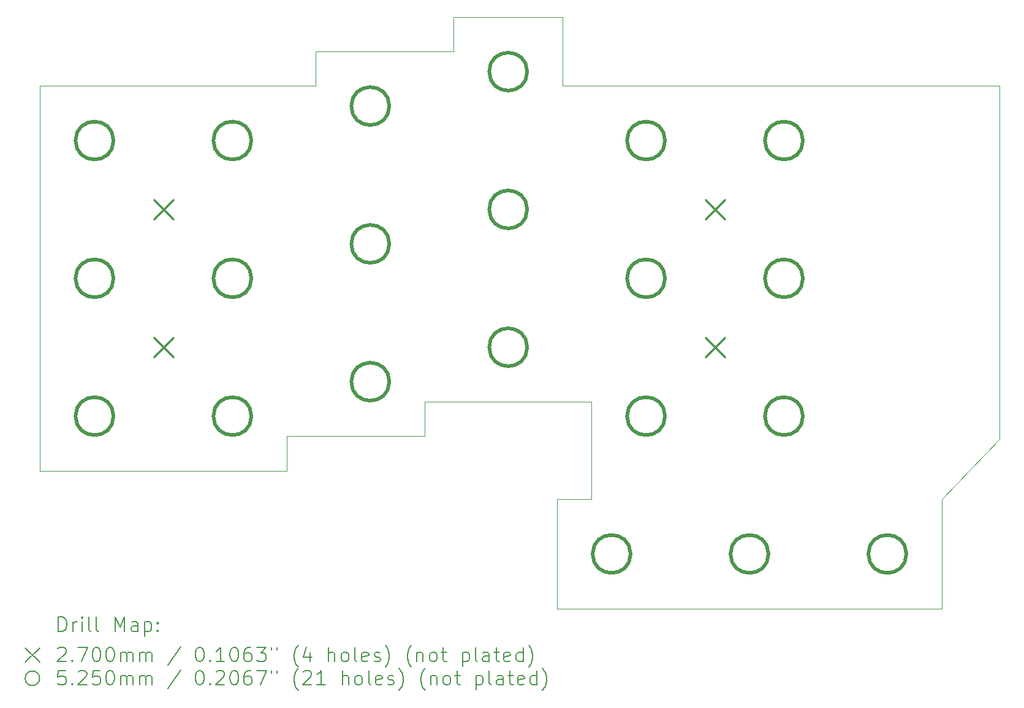
<source format=gbr>
%TF.GenerationSoftware,KiCad,Pcbnew,7.0.6*%
%TF.CreationDate,2023-09-12T11:18:15+08:00*%
%TF.ProjectId,kbv2,6b627632-2e6b-4696-9361-645f70636258,rev?*%
%TF.SameCoordinates,Original*%
%TF.FileFunction,Drillmap*%
%TF.FilePolarity,Positive*%
%FSLAX45Y45*%
G04 Gerber Fmt 4.5, Leading zero omitted, Abs format (unit mm)*
G04 Created by KiCad (PCBNEW 7.0.6) date 2023-09-12 11:18:15*
%MOMM*%
%LPD*%
G01*
G04 APERTURE LIST*
%ADD10C,0.100000*%
%ADD11C,0.200000*%
%ADD12C,0.270000*%
%ADD13C,0.525000*%
G04 APERTURE END LIST*
D10*
X12519375Y-10418438D02*
X12519375Y-10894688D01*
X7201250Y-6052812D02*
X10614375Y-6052812D01*
X14821250Y-6052812D02*
X20456875Y-6052812D01*
X12519375Y-5576563D02*
X12916250Y-5576563D01*
X10614375Y-10894688D02*
X10614375Y-11370937D01*
X12916250Y-5100313D02*
X14424375Y-5100313D01*
X14821250Y-10418438D02*
X14424375Y-10418438D01*
X20456875Y-10934375D02*
X19663125Y-11767812D01*
X19663125Y-11767812D02*
X19663125Y-13275937D01*
X14821250Y-11767812D02*
X14821250Y-10418438D01*
X12916250Y-10418438D02*
X12519375Y-10418438D01*
X9106250Y-11370937D02*
X7201250Y-11370937D01*
X12916250Y-5576563D02*
X12916250Y-5100313D01*
X7201250Y-11370937D02*
X7201250Y-6052812D01*
X20456875Y-6052812D02*
X20456875Y-10934375D01*
X11011250Y-5576563D02*
X12519375Y-5576563D01*
X14345000Y-13275937D02*
X14345000Y-11767812D01*
X14424375Y-10418438D02*
X12916250Y-10418438D01*
X10614375Y-6052812D02*
X11011250Y-6052812D01*
X14424375Y-5100313D02*
X14424375Y-6052812D01*
X11011250Y-10894688D02*
X10614375Y-10894688D01*
X14345000Y-11767812D02*
X14821250Y-11767812D01*
X10614375Y-11370937D02*
X9106250Y-11370937D01*
X14424375Y-6052812D02*
X14821250Y-6052812D01*
X19663125Y-13275937D02*
X14345000Y-13275937D01*
X12519375Y-10894688D02*
X11011250Y-10894688D01*
X11011250Y-6052812D02*
X11011250Y-5576563D01*
D11*
D12*
X8772813Y-7624375D02*
X9042813Y-7894375D01*
X9042813Y-7624375D02*
X8772813Y-7894375D01*
X8772813Y-9529375D02*
X9042813Y-9799375D01*
X9042813Y-9529375D02*
X8772813Y-9799375D01*
X16392812Y-7624375D02*
X16662812Y-7894375D01*
X16662812Y-7624375D02*
X16392812Y-7894375D01*
X16392812Y-9529375D02*
X16662812Y-9799375D01*
X16662812Y-9529375D02*
X16392812Y-9799375D01*
D13*
X8217812Y-6806875D02*
G75*
G03*
X8217812Y-6806875I-262500J0D01*
G01*
X8217812Y-8711875D02*
G75*
G03*
X8217812Y-8711875I-262500J0D01*
G01*
X8217812Y-10616875D02*
G75*
G03*
X8217812Y-10616875I-262500J0D01*
G01*
X10122813Y-6806875D02*
G75*
G03*
X10122813Y-6806875I-262500J0D01*
G01*
X10122813Y-8711875D02*
G75*
G03*
X10122813Y-8711875I-262500J0D01*
G01*
X10122813Y-10616875D02*
G75*
G03*
X10122813Y-10616875I-262500J0D01*
G01*
X12027812Y-6330625D02*
G75*
G03*
X12027812Y-6330625I-262500J0D01*
G01*
X12027812Y-8235625D02*
G75*
G03*
X12027812Y-8235625I-262500J0D01*
G01*
X12027812Y-10140625D02*
G75*
G03*
X12027812Y-10140625I-262500J0D01*
G01*
X13932812Y-5854375D02*
G75*
G03*
X13932812Y-5854375I-262500J0D01*
G01*
X13932812Y-7759375D02*
G75*
G03*
X13932812Y-7759375I-262500J0D01*
G01*
X13932812Y-9664375D02*
G75*
G03*
X13932812Y-9664375I-262500J0D01*
G01*
X15361562Y-12521875D02*
G75*
G03*
X15361562Y-12521875I-262500J0D01*
G01*
X15837812Y-6806875D02*
G75*
G03*
X15837812Y-6806875I-262500J0D01*
G01*
X15837812Y-8711875D02*
G75*
G03*
X15837812Y-8711875I-262500J0D01*
G01*
X15837812Y-10616875D02*
G75*
G03*
X15837812Y-10616875I-262500J0D01*
G01*
X17266563Y-12521875D02*
G75*
G03*
X17266563Y-12521875I-262500J0D01*
G01*
X17742813Y-6806875D02*
G75*
G03*
X17742813Y-6806875I-262500J0D01*
G01*
X17742813Y-8711875D02*
G75*
G03*
X17742813Y-8711875I-262500J0D01*
G01*
X17742813Y-10616875D02*
G75*
G03*
X17742813Y-10616875I-262500J0D01*
G01*
X19171563Y-12521875D02*
G75*
G03*
X19171563Y-12521875I-262500J0D01*
G01*
D11*
X7457027Y-13592421D02*
X7457027Y-13392421D01*
X7457027Y-13392421D02*
X7504646Y-13392421D01*
X7504646Y-13392421D02*
X7533217Y-13401945D01*
X7533217Y-13401945D02*
X7552265Y-13420993D01*
X7552265Y-13420993D02*
X7561789Y-13440040D01*
X7561789Y-13440040D02*
X7571312Y-13478135D01*
X7571312Y-13478135D02*
X7571312Y-13506707D01*
X7571312Y-13506707D02*
X7561789Y-13544802D01*
X7561789Y-13544802D02*
X7552265Y-13563850D01*
X7552265Y-13563850D02*
X7533217Y-13582897D01*
X7533217Y-13582897D02*
X7504646Y-13592421D01*
X7504646Y-13592421D02*
X7457027Y-13592421D01*
X7657027Y-13592421D02*
X7657027Y-13459088D01*
X7657027Y-13497183D02*
X7666551Y-13478135D01*
X7666551Y-13478135D02*
X7676074Y-13468612D01*
X7676074Y-13468612D02*
X7695122Y-13459088D01*
X7695122Y-13459088D02*
X7714170Y-13459088D01*
X7780836Y-13592421D02*
X7780836Y-13459088D01*
X7780836Y-13392421D02*
X7771312Y-13401945D01*
X7771312Y-13401945D02*
X7780836Y-13411469D01*
X7780836Y-13411469D02*
X7790360Y-13401945D01*
X7790360Y-13401945D02*
X7780836Y-13392421D01*
X7780836Y-13392421D02*
X7780836Y-13411469D01*
X7904646Y-13592421D02*
X7885598Y-13582897D01*
X7885598Y-13582897D02*
X7876074Y-13563850D01*
X7876074Y-13563850D02*
X7876074Y-13392421D01*
X8009408Y-13592421D02*
X7990360Y-13582897D01*
X7990360Y-13582897D02*
X7980836Y-13563850D01*
X7980836Y-13563850D02*
X7980836Y-13392421D01*
X8237979Y-13592421D02*
X8237979Y-13392421D01*
X8237979Y-13392421D02*
X8304646Y-13535278D01*
X8304646Y-13535278D02*
X8371312Y-13392421D01*
X8371312Y-13392421D02*
X8371312Y-13592421D01*
X8552265Y-13592421D02*
X8552265Y-13487659D01*
X8552265Y-13487659D02*
X8542741Y-13468612D01*
X8542741Y-13468612D02*
X8523694Y-13459088D01*
X8523694Y-13459088D02*
X8485598Y-13459088D01*
X8485598Y-13459088D02*
X8466551Y-13468612D01*
X8552265Y-13582897D02*
X8533217Y-13592421D01*
X8533217Y-13592421D02*
X8485598Y-13592421D01*
X8485598Y-13592421D02*
X8466551Y-13582897D01*
X8466551Y-13582897D02*
X8457027Y-13563850D01*
X8457027Y-13563850D02*
X8457027Y-13544802D01*
X8457027Y-13544802D02*
X8466551Y-13525755D01*
X8466551Y-13525755D02*
X8485598Y-13516231D01*
X8485598Y-13516231D02*
X8533217Y-13516231D01*
X8533217Y-13516231D02*
X8552265Y-13506707D01*
X8647503Y-13459088D02*
X8647503Y-13659088D01*
X8647503Y-13468612D02*
X8666551Y-13459088D01*
X8666551Y-13459088D02*
X8704646Y-13459088D01*
X8704646Y-13459088D02*
X8723694Y-13468612D01*
X8723694Y-13468612D02*
X8733217Y-13478135D01*
X8733217Y-13478135D02*
X8742741Y-13497183D01*
X8742741Y-13497183D02*
X8742741Y-13554326D01*
X8742741Y-13554326D02*
X8733217Y-13573374D01*
X8733217Y-13573374D02*
X8723694Y-13582897D01*
X8723694Y-13582897D02*
X8704646Y-13592421D01*
X8704646Y-13592421D02*
X8666551Y-13592421D01*
X8666551Y-13592421D02*
X8647503Y-13582897D01*
X8828455Y-13573374D02*
X8837979Y-13582897D01*
X8837979Y-13582897D02*
X8828455Y-13592421D01*
X8828455Y-13592421D02*
X8818932Y-13582897D01*
X8818932Y-13582897D02*
X8828455Y-13573374D01*
X8828455Y-13573374D02*
X8828455Y-13592421D01*
X8828455Y-13468612D02*
X8837979Y-13478135D01*
X8837979Y-13478135D02*
X8828455Y-13487659D01*
X8828455Y-13487659D02*
X8818932Y-13478135D01*
X8818932Y-13478135D02*
X8828455Y-13468612D01*
X8828455Y-13468612D02*
X8828455Y-13487659D01*
X6996250Y-13820937D02*
X7196250Y-14020937D01*
X7196250Y-13820937D02*
X6996250Y-14020937D01*
X7447503Y-13831469D02*
X7457027Y-13821945D01*
X7457027Y-13821945D02*
X7476074Y-13812421D01*
X7476074Y-13812421D02*
X7523693Y-13812421D01*
X7523693Y-13812421D02*
X7542741Y-13821945D01*
X7542741Y-13821945D02*
X7552265Y-13831469D01*
X7552265Y-13831469D02*
X7561789Y-13850516D01*
X7561789Y-13850516D02*
X7561789Y-13869564D01*
X7561789Y-13869564D02*
X7552265Y-13898135D01*
X7552265Y-13898135D02*
X7437979Y-14012421D01*
X7437979Y-14012421D02*
X7561789Y-14012421D01*
X7647503Y-13993374D02*
X7657027Y-14002897D01*
X7657027Y-14002897D02*
X7647503Y-14012421D01*
X7647503Y-14012421D02*
X7637979Y-14002897D01*
X7637979Y-14002897D02*
X7647503Y-13993374D01*
X7647503Y-13993374D02*
X7647503Y-14012421D01*
X7723693Y-13812421D02*
X7857027Y-13812421D01*
X7857027Y-13812421D02*
X7771312Y-14012421D01*
X7971312Y-13812421D02*
X7990360Y-13812421D01*
X7990360Y-13812421D02*
X8009408Y-13821945D01*
X8009408Y-13821945D02*
X8018932Y-13831469D01*
X8018932Y-13831469D02*
X8028455Y-13850516D01*
X8028455Y-13850516D02*
X8037979Y-13888612D01*
X8037979Y-13888612D02*
X8037979Y-13936231D01*
X8037979Y-13936231D02*
X8028455Y-13974326D01*
X8028455Y-13974326D02*
X8018932Y-13993374D01*
X8018932Y-13993374D02*
X8009408Y-14002897D01*
X8009408Y-14002897D02*
X7990360Y-14012421D01*
X7990360Y-14012421D02*
X7971312Y-14012421D01*
X7971312Y-14012421D02*
X7952265Y-14002897D01*
X7952265Y-14002897D02*
X7942741Y-13993374D01*
X7942741Y-13993374D02*
X7933217Y-13974326D01*
X7933217Y-13974326D02*
X7923693Y-13936231D01*
X7923693Y-13936231D02*
X7923693Y-13888612D01*
X7923693Y-13888612D02*
X7933217Y-13850516D01*
X7933217Y-13850516D02*
X7942741Y-13831469D01*
X7942741Y-13831469D02*
X7952265Y-13821945D01*
X7952265Y-13821945D02*
X7971312Y-13812421D01*
X8161789Y-13812421D02*
X8180836Y-13812421D01*
X8180836Y-13812421D02*
X8199884Y-13821945D01*
X8199884Y-13821945D02*
X8209408Y-13831469D01*
X8209408Y-13831469D02*
X8218932Y-13850516D01*
X8218932Y-13850516D02*
X8228455Y-13888612D01*
X8228455Y-13888612D02*
X8228455Y-13936231D01*
X8228455Y-13936231D02*
X8218932Y-13974326D01*
X8218932Y-13974326D02*
X8209408Y-13993374D01*
X8209408Y-13993374D02*
X8199884Y-14002897D01*
X8199884Y-14002897D02*
X8180836Y-14012421D01*
X8180836Y-14012421D02*
X8161789Y-14012421D01*
X8161789Y-14012421D02*
X8142741Y-14002897D01*
X8142741Y-14002897D02*
X8133217Y-13993374D01*
X8133217Y-13993374D02*
X8123693Y-13974326D01*
X8123693Y-13974326D02*
X8114170Y-13936231D01*
X8114170Y-13936231D02*
X8114170Y-13888612D01*
X8114170Y-13888612D02*
X8123693Y-13850516D01*
X8123693Y-13850516D02*
X8133217Y-13831469D01*
X8133217Y-13831469D02*
X8142741Y-13821945D01*
X8142741Y-13821945D02*
X8161789Y-13812421D01*
X8314170Y-14012421D02*
X8314170Y-13879088D01*
X8314170Y-13898135D02*
X8323693Y-13888612D01*
X8323693Y-13888612D02*
X8342741Y-13879088D01*
X8342741Y-13879088D02*
X8371313Y-13879088D01*
X8371313Y-13879088D02*
X8390360Y-13888612D01*
X8390360Y-13888612D02*
X8399884Y-13907659D01*
X8399884Y-13907659D02*
X8399884Y-14012421D01*
X8399884Y-13907659D02*
X8409408Y-13888612D01*
X8409408Y-13888612D02*
X8428455Y-13879088D01*
X8428455Y-13879088D02*
X8457027Y-13879088D01*
X8457027Y-13879088D02*
X8476075Y-13888612D01*
X8476075Y-13888612D02*
X8485598Y-13907659D01*
X8485598Y-13907659D02*
X8485598Y-14012421D01*
X8580836Y-14012421D02*
X8580836Y-13879088D01*
X8580836Y-13898135D02*
X8590360Y-13888612D01*
X8590360Y-13888612D02*
X8609408Y-13879088D01*
X8609408Y-13879088D02*
X8637979Y-13879088D01*
X8637979Y-13879088D02*
X8657027Y-13888612D01*
X8657027Y-13888612D02*
X8666551Y-13907659D01*
X8666551Y-13907659D02*
X8666551Y-14012421D01*
X8666551Y-13907659D02*
X8676075Y-13888612D01*
X8676075Y-13888612D02*
X8695122Y-13879088D01*
X8695122Y-13879088D02*
X8723694Y-13879088D01*
X8723694Y-13879088D02*
X8742741Y-13888612D01*
X8742741Y-13888612D02*
X8752265Y-13907659D01*
X8752265Y-13907659D02*
X8752265Y-14012421D01*
X9142741Y-13802897D02*
X8971313Y-14060040D01*
X9399884Y-13812421D02*
X9418932Y-13812421D01*
X9418932Y-13812421D02*
X9437979Y-13821945D01*
X9437979Y-13821945D02*
X9447503Y-13831469D01*
X9447503Y-13831469D02*
X9457027Y-13850516D01*
X9457027Y-13850516D02*
X9466551Y-13888612D01*
X9466551Y-13888612D02*
X9466551Y-13936231D01*
X9466551Y-13936231D02*
X9457027Y-13974326D01*
X9457027Y-13974326D02*
X9447503Y-13993374D01*
X9447503Y-13993374D02*
X9437979Y-14002897D01*
X9437979Y-14002897D02*
X9418932Y-14012421D01*
X9418932Y-14012421D02*
X9399884Y-14012421D01*
X9399884Y-14012421D02*
X9380837Y-14002897D01*
X9380837Y-14002897D02*
X9371313Y-13993374D01*
X9371313Y-13993374D02*
X9361789Y-13974326D01*
X9361789Y-13974326D02*
X9352265Y-13936231D01*
X9352265Y-13936231D02*
X9352265Y-13888612D01*
X9352265Y-13888612D02*
X9361789Y-13850516D01*
X9361789Y-13850516D02*
X9371313Y-13831469D01*
X9371313Y-13831469D02*
X9380837Y-13821945D01*
X9380837Y-13821945D02*
X9399884Y-13812421D01*
X9552265Y-13993374D02*
X9561789Y-14002897D01*
X9561789Y-14002897D02*
X9552265Y-14012421D01*
X9552265Y-14012421D02*
X9542741Y-14002897D01*
X9542741Y-14002897D02*
X9552265Y-13993374D01*
X9552265Y-13993374D02*
X9552265Y-14012421D01*
X9752265Y-14012421D02*
X9637979Y-14012421D01*
X9695122Y-14012421D02*
X9695122Y-13812421D01*
X9695122Y-13812421D02*
X9676075Y-13840993D01*
X9676075Y-13840993D02*
X9657027Y-13860040D01*
X9657027Y-13860040D02*
X9637979Y-13869564D01*
X9876075Y-13812421D02*
X9895122Y-13812421D01*
X9895122Y-13812421D02*
X9914170Y-13821945D01*
X9914170Y-13821945D02*
X9923694Y-13831469D01*
X9923694Y-13831469D02*
X9933218Y-13850516D01*
X9933218Y-13850516D02*
X9942741Y-13888612D01*
X9942741Y-13888612D02*
X9942741Y-13936231D01*
X9942741Y-13936231D02*
X9933218Y-13974326D01*
X9933218Y-13974326D02*
X9923694Y-13993374D01*
X9923694Y-13993374D02*
X9914170Y-14002897D01*
X9914170Y-14002897D02*
X9895122Y-14012421D01*
X9895122Y-14012421D02*
X9876075Y-14012421D01*
X9876075Y-14012421D02*
X9857027Y-14002897D01*
X9857027Y-14002897D02*
X9847503Y-13993374D01*
X9847503Y-13993374D02*
X9837979Y-13974326D01*
X9837979Y-13974326D02*
X9828456Y-13936231D01*
X9828456Y-13936231D02*
X9828456Y-13888612D01*
X9828456Y-13888612D02*
X9837979Y-13850516D01*
X9837979Y-13850516D02*
X9847503Y-13831469D01*
X9847503Y-13831469D02*
X9857027Y-13821945D01*
X9857027Y-13821945D02*
X9876075Y-13812421D01*
X10114170Y-13812421D02*
X10076075Y-13812421D01*
X10076075Y-13812421D02*
X10057027Y-13821945D01*
X10057027Y-13821945D02*
X10047503Y-13831469D01*
X10047503Y-13831469D02*
X10028456Y-13860040D01*
X10028456Y-13860040D02*
X10018932Y-13898135D01*
X10018932Y-13898135D02*
X10018932Y-13974326D01*
X10018932Y-13974326D02*
X10028456Y-13993374D01*
X10028456Y-13993374D02*
X10037979Y-14002897D01*
X10037979Y-14002897D02*
X10057027Y-14012421D01*
X10057027Y-14012421D02*
X10095122Y-14012421D01*
X10095122Y-14012421D02*
X10114170Y-14002897D01*
X10114170Y-14002897D02*
X10123694Y-13993374D01*
X10123694Y-13993374D02*
X10133218Y-13974326D01*
X10133218Y-13974326D02*
X10133218Y-13926707D01*
X10133218Y-13926707D02*
X10123694Y-13907659D01*
X10123694Y-13907659D02*
X10114170Y-13898135D01*
X10114170Y-13898135D02*
X10095122Y-13888612D01*
X10095122Y-13888612D02*
X10057027Y-13888612D01*
X10057027Y-13888612D02*
X10037979Y-13898135D01*
X10037979Y-13898135D02*
X10028456Y-13907659D01*
X10028456Y-13907659D02*
X10018932Y-13926707D01*
X10199884Y-13812421D02*
X10323694Y-13812421D01*
X10323694Y-13812421D02*
X10257027Y-13888612D01*
X10257027Y-13888612D02*
X10285599Y-13888612D01*
X10285599Y-13888612D02*
X10304646Y-13898135D01*
X10304646Y-13898135D02*
X10314170Y-13907659D01*
X10314170Y-13907659D02*
X10323694Y-13926707D01*
X10323694Y-13926707D02*
X10323694Y-13974326D01*
X10323694Y-13974326D02*
X10314170Y-13993374D01*
X10314170Y-13993374D02*
X10304646Y-14002897D01*
X10304646Y-14002897D02*
X10285599Y-14012421D01*
X10285599Y-14012421D02*
X10228456Y-14012421D01*
X10228456Y-14012421D02*
X10209408Y-14002897D01*
X10209408Y-14002897D02*
X10199884Y-13993374D01*
X10399884Y-13812421D02*
X10399884Y-13850516D01*
X10476075Y-13812421D02*
X10476075Y-13850516D01*
X10771313Y-14088612D02*
X10761789Y-14079088D01*
X10761789Y-14079088D02*
X10742741Y-14050516D01*
X10742741Y-14050516D02*
X10733218Y-14031469D01*
X10733218Y-14031469D02*
X10723694Y-14002897D01*
X10723694Y-14002897D02*
X10714170Y-13955278D01*
X10714170Y-13955278D02*
X10714170Y-13917183D01*
X10714170Y-13917183D02*
X10723694Y-13869564D01*
X10723694Y-13869564D02*
X10733218Y-13840993D01*
X10733218Y-13840993D02*
X10742741Y-13821945D01*
X10742741Y-13821945D02*
X10761789Y-13793374D01*
X10761789Y-13793374D02*
X10771313Y-13783850D01*
X10933218Y-13879088D02*
X10933218Y-14012421D01*
X10885599Y-13802897D02*
X10837980Y-13945755D01*
X10837980Y-13945755D02*
X10961789Y-13945755D01*
X11190360Y-14012421D02*
X11190360Y-13812421D01*
X11276075Y-14012421D02*
X11276075Y-13907659D01*
X11276075Y-13907659D02*
X11266551Y-13888612D01*
X11266551Y-13888612D02*
X11247503Y-13879088D01*
X11247503Y-13879088D02*
X11218932Y-13879088D01*
X11218932Y-13879088D02*
X11199884Y-13888612D01*
X11199884Y-13888612D02*
X11190360Y-13898135D01*
X11399884Y-14012421D02*
X11380837Y-14002897D01*
X11380837Y-14002897D02*
X11371313Y-13993374D01*
X11371313Y-13993374D02*
X11361789Y-13974326D01*
X11361789Y-13974326D02*
X11361789Y-13917183D01*
X11361789Y-13917183D02*
X11371313Y-13898135D01*
X11371313Y-13898135D02*
X11380837Y-13888612D01*
X11380837Y-13888612D02*
X11399884Y-13879088D01*
X11399884Y-13879088D02*
X11428456Y-13879088D01*
X11428456Y-13879088D02*
X11447503Y-13888612D01*
X11447503Y-13888612D02*
X11457027Y-13898135D01*
X11457027Y-13898135D02*
X11466551Y-13917183D01*
X11466551Y-13917183D02*
X11466551Y-13974326D01*
X11466551Y-13974326D02*
X11457027Y-13993374D01*
X11457027Y-13993374D02*
X11447503Y-14002897D01*
X11447503Y-14002897D02*
X11428456Y-14012421D01*
X11428456Y-14012421D02*
X11399884Y-14012421D01*
X11580837Y-14012421D02*
X11561789Y-14002897D01*
X11561789Y-14002897D02*
X11552265Y-13983850D01*
X11552265Y-13983850D02*
X11552265Y-13812421D01*
X11733218Y-14002897D02*
X11714170Y-14012421D01*
X11714170Y-14012421D02*
X11676075Y-14012421D01*
X11676075Y-14012421D02*
X11657027Y-14002897D01*
X11657027Y-14002897D02*
X11647503Y-13983850D01*
X11647503Y-13983850D02*
X11647503Y-13907659D01*
X11647503Y-13907659D02*
X11657027Y-13888612D01*
X11657027Y-13888612D02*
X11676075Y-13879088D01*
X11676075Y-13879088D02*
X11714170Y-13879088D01*
X11714170Y-13879088D02*
X11733218Y-13888612D01*
X11733218Y-13888612D02*
X11742741Y-13907659D01*
X11742741Y-13907659D02*
X11742741Y-13926707D01*
X11742741Y-13926707D02*
X11647503Y-13945755D01*
X11818932Y-14002897D02*
X11837980Y-14012421D01*
X11837980Y-14012421D02*
X11876075Y-14012421D01*
X11876075Y-14012421D02*
X11895122Y-14002897D01*
X11895122Y-14002897D02*
X11904646Y-13983850D01*
X11904646Y-13983850D02*
X11904646Y-13974326D01*
X11904646Y-13974326D02*
X11895122Y-13955278D01*
X11895122Y-13955278D02*
X11876075Y-13945755D01*
X11876075Y-13945755D02*
X11847503Y-13945755D01*
X11847503Y-13945755D02*
X11828456Y-13936231D01*
X11828456Y-13936231D02*
X11818932Y-13917183D01*
X11818932Y-13917183D02*
X11818932Y-13907659D01*
X11818932Y-13907659D02*
X11828456Y-13888612D01*
X11828456Y-13888612D02*
X11847503Y-13879088D01*
X11847503Y-13879088D02*
X11876075Y-13879088D01*
X11876075Y-13879088D02*
X11895122Y-13888612D01*
X11971313Y-14088612D02*
X11980837Y-14079088D01*
X11980837Y-14079088D02*
X11999884Y-14050516D01*
X11999884Y-14050516D02*
X12009408Y-14031469D01*
X12009408Y-14031469D02*
X12018932Y-14002897D01*
X12018932Y-14002897D02*
X12028456Y-13955278D01*
X12028456Y-13955278D02*
X12028456Y-13917183D01*
X12028456Y-13917183D02*
X12018932Y-13869564D01*
X12018932Y-13869564D02*
X12009408Y-13840993D01*
X12009408Y-13840993D02*
X11999884Y-13821945D01*
X11999884Y-13821945D02*
X11980837Y-13793374D01*
X11980837Y-13793374D02*
X11971313Y-13783850D01*
X12333218Y-14088612D02*
X12323694Y-14079088D01*
X12323694Y-14079088D02*
X12304646Y-14050516D01*
X12304646Y-14050516D02*
X12295122Y-14031469D01*
X12295122Y-14031469D02*
X12285599Y-14002897D01*
X12285599Y-14002897D02*
X12276075Y-13955278D01*
X12276075Y-13955278D02*
X12276075Y-13917183D01*
X12276075Y-13917183D02*
X12285599Y-13869564D01*
X12285599Y-13869564D02*
X12295122Y-13840993D01*
X12295122Y-13840993D02*
X12304646Y-13821945D01*
X12304646Y-13821945D02*
X12323694Y-13793374D01*
X12323694Y-13793374D02*
X12333218Y-13783850D01*
X12409408Y-13879088D02*
X12409408Y-14012421D01*
X12409408Y-13898135D02*
X12418932Y-13888612D01*
X12418932Y-13888612D02*
X12437980Y-13879088D01*
X12437980Y-13879088D02*
X12466551Y-13879088D01*
X12466551Y-13879088D02*
X12485599Y-13888612D01*
X12485599Y-13888612D02*
X12495122Y-13907659D01*
X12495122Y-13907659D02*
X12495122Y-14012421D01*
X12618932Y-14012421D02*
X12599884Y-14002897D01*
X12599884Y-14002897D02*
X12590361Y-13993374D01*
X12590361Y-13993374D02*
X12580837Y-13974326D01*
X12580837Y-13974326D02*
X12580837Y-13917183D01*
X12580837Y-13917183D02*
X12590361Y-13898135D01*
X12590361Y-13898135D02*
X12599884Y-13888612D01*
X12599884Y-13888612D02*
X12618932Y-13879088D01*
X12618932Y-13879088D02*
X12647503Y-13879088D01*
X12647503Y-13879088D02*
X12666551Y-13888612D01*
X12666551Y-13888612D02*
X12676075Y-13898135D01*
X12676075Y-13898135D02*
X12685599Y-13917183D01*
X12685599Y-13917183D02*
X12685599Y-13974326D01*
X12685599Y-13974326D02*
X12676075Y-13993374D01*
X12676075Y-13993374D02*
X12666551Y-14002897D01*
X12666551Y-14002897D02*
X12647503Y-14012421D01*
X12647503Y-14012421D02*
X12618932Y-14012421D01*
X12742742Y-13879088D02*
X12818932Y-13879088D01*
X12771313Y-13812421D02*
X12771313Y-13983850D01*
X12771313Y-13983850D02*
X12780837Y-14002897D01*
X12780837Y-14002897D02*
X12799884Y-14012421D01*
X12799884Y-14012421D02*
X12818932Y-14012421D01*
X13037980Y-13879088D02*
X13037980Y-14079088D01*
X13037980Y-13888612D02*
X13057027Y-13879088D01*
X13057027Y-13879088D02*
X13095123Y-13879088D01*
X13095123Y-13879088D02*
X13114170Y-13888612D01*
X13114170Y-13888612D02*
X13123694Y-13898135D01*
X13123694Y-13898135D02*
X13133218Y-13917183D01*
X13133218Y-13917183D02*
X13133218Y-13974326D01*
X13133218Y-13974326D02*
X13123694Y-13993374D01*
X13123694Y-13993374D02*
X13114170Y-14002897D01*
X13114170Y-14002897D02*
X13095123Y-14012421D01*
X13095123Y-14012421D02*
X13057027Y-14012421D01*
X13057027Y-14012421D02*
X13037980Y-14002897D01*
X13247503Y-14012421D02*
X13228456Y-14002897D01*
X13228456Y-14002897D02*
X13218932Y-13983850D01*
X13218932Y-13983850D02*
X13218932Y-13812421D01*
X13409408Y-14012421D02*
X13409408Y-13907659D01*
X13409408Y-13907659D02*
X13399884Y-13888612D01*
X13399884Y-13888612D02*
X13380837Y-13879088D01*
X13380837Y-13879088D02*
X13342742Y-13879088D01*
X13342742Y-13879088D02*
X13323694Y-13888612D01*
X13409408Y-14002897D02*
X13390361Y-14012421D01*
X13390361Y-14012421D02*
X13342742Y-14012421D01*
X13342742Y-14012421D02*
X13323694Y-14002897D01*
X13323694Y-14002897D02*
X13314170Y-13983850D01*
X13314170Y-13983850D02*
X13314170Y-13964802D01*
X13314170Y-13964802D02*
X13323694Y-13945755D01*
X13323694Y-13945755D02*
X13342742Y-13936231D01*
X13342742Y-13936231D02*
X13390361Y-13936231D01*
X13390361Y-13936231D02*
X13409408Y-13926707D01*
X13476075Y-13879088D02*
X13552265Y-13879088D01*
X13504646Y-13812421D02*
X13504646Y-13983850D01*
X13504646Y-13983850D02*
X13514170Y-14002897D01*
X13514170Y-14002897D02*
X13533218Y-14012421D01*
X13533218Y-14012421D02*
X13552265Y-14012421D01*
X13695123Y-14002897D02*
X13676075Y-14012421D01*
X13676075Y-14012421D02*
X13637980Y-14012421D01*
X13637980Y-14012421D02*
X13618932Y-14002897D01*
X13618932Y-14002897D02*
X13609408Y-13983850D01*
X13609408Y-13983850D02*
X13609408Y-13907659D01*
X13609408Y-13907659D02*
X13618932Y-13888612D01*
X13618932Y-13888612D02*
X13637980Y-13879088D01*
X13637980Y-13879088D02*
X13676075Y-13879088D01*
X13676075Y-13879088D02*
X13695123Y-13888612D01*
X13695123Y-13888612D02*
X13704646Y-13907659D01*
X13704646Y-13907659D02*
X13704646Y-13926707D01*
X13704646Y-13926707D02*
X13609408Y-13945755D01*
X13876075Y-14012421D02*
X13876075Y-13812421D01*
X13876075Y-14002897D02*
X13857027Y-14012421D01*
X13857027Y-14012421D02*
X13818932Y-14012421D01*
X13818932Y-14012421D02*
X13799884Y-14002897D01*
X13799884Y-14002897D02*
X13790361Y-13993374D01*
X13790361Y-13993374D02*
X13780837Y-13974326D01*
X13780837Y-13974326D02*
X13780837Y-13917183D01*
X13780837Y-13917183D02*
X13790361Y-13898135D01*
X13790361Y-13898135D02*
X13799884Y-13888612D01*
X13799884Y-13888612D02*
X13818932Y-13879088D01*
X13818932Y-13879088D02*
X13857027Y-13879088D01*
X13857027Y-13879088D02*
X13876075Y-13888612D01*
X13952265Y-14088612D02*
X13961789Y-14079088D01*
X13961789Y-14079088D02*
X13980837Y-14050516D01*
X13980837Y-14050516D02*
X13990361Y-14031469D01*
X13990361Y-14031469D02*
X13999884Y-14002897D01*
X13999884Y-14002897D02*
X14009408Y-13955278D01*
X14009408Y-13955278D02*
X14009408Y-13917183D01*
X14009408Y-13917183D02*
X13999884Y-13869564D01*
X13999884Y-13869564D02*
X13990361Y-13840993D01*
X13990361Y-13840993D02*
X13980837Y-13821945D01*
X13980837Y-13821945D02*
X13961789Y-13793374D01*
X13961789Y-13793374D02*
X13952265Y-13783850D01*
X7196250Y-14240937D02*
G75*
G03*
X7196250Y-14240937I-100000J0D01*
G01*
X7552265Y-14132421D02*
X7457027Y-14132421D01*
X7457027Y-14132421D02*
X7447503Y-14227659D01*
X7447503Y-14227659D02*
X7457027Y-14218135D01*
X7457027Y-14218135D02*
X7476074Y-14208612D01*
X7476074Y-14208612D02*
X7523693Y-14208612D01*
X7523693Y-14208612D02*
X7542741Y-14218135D01*
X7542741Y-14218135D02*
X7552265Y-14227659D01*
X7552265Y-14227659D02*
X7561789Y-14246707D01*
X7561789Y-14246707D02*
X7561789Y-14294326D01*
X7561789Y-14294326D02*
X7552265Y-14313374D01*
X7552265Y-14313374D02*
X7542741Y-14322897D01*
X7542741Y-14322897D02*
X7523693Y-14332421D01*
X7523693Y-14332421D02*
X7476074Y-14332421D01*
X7476074Y-14332421D02*
X7457027Y-14322897D01*
X7457027Y-14322897D02*
X7447503Y-14313374D01*
X7647503Y-14313374D02*
X7657027Y-14322897D01*
X7657027Y-14322897D02*
X7647503Y-14332421D01*
X7647503Y-14332421D02*
X7637979Y-14322897D01*
X7637979Y-14322897D02*
X7647503Y-14313374D01*
X7647503Y-14313374D02*
X7647503Y-14332421D01*
X7733217Y-14151469D02*
X7742741Y-14141945D01*
X7742741Y-14141945D02*
X7761789Y-14132421D01*
X7761789Y-14132421D02*
X7809408Y-14132421D01*
X7809408Y-14132421D02*
X7828455Y-14141945D01*
X7828455Y-14141945D02*
X7837979Y-14151469D01*
X7837979Y-14151469D02*
X7847503Y-14170516D01*
X7847503Y-14170516D02*
X7847503Y-14189564D01*
X7847503Y-14189564D02*
X7837979Y-14218135D01*
X7837979Y-14218135D02*
X7723693Y-14332421D01*
X7723693Y-14332421D02*
X7847503Y-14332421D01*
X8028455Y-14132421D02*
X7933217Y-14132421D01*
X7933217Y-14132421D02*
X7923693Y-14227659D01*
X7923693Y-14227659D02*
X7933217Y-14218135D01*
X7933217Y-14218135D02*
X7952265Y-14208612D01*
X7952265Y-14208612D02*
X7999884Y-14208612D01*
X7999884Y-14208612D02*
X8018932Y-14218135D01*
X8018932Y-14218135D02*
X8028455Y-14227659D01*
X8028455Y-14227659D02*
X8037979Y-14246707D01*
X8037979Y-14246707D02*
X8037979Y-14294326D01*
X8037979Y-14294326D02*
X8028455Y-14313374D01*
X8028455Y-14313374D02*
X8018932Y-14322897D01*
X8018932Y-14322897D02*
X7999884Y-14332421D01*
X7999884Y-14332421D02*
X7952265Y-14332421D01*
X7952265Y-14332421D02*
X7933217Y-14322897D01*
X7933217Y-14322897D02*
X7923693Y-14313374D01*
X8161789Y-14132421D02*
X8180836Y-14132421D01*
X8180836Y-14132421D02*
X8199884Y-14141945D01*
X8199884Y-14141945D02*
X8209408Y-14151469D01*
X8209408Y-14151469D02*
X8218932Y-14170516D01*
X8218932Y-14170516D02*
X8228455Y-14208612D01*
X8228455Y-14208612D02*
X8228455Y-14256231D01*
X8228455Y-14256231D02*
X8218932Y-14294326D01*
X8218932Y-14294326D02*
X8209408Y-14313374D01*
X8209408Y-14313374D02*
X8199884Y-14322897D01*
X8199884Y-14322897D02*
X8180836Y-14332421D01*
X8180836Y-14332421D02*
X8161789Y-14332421D01*
X8161789Y-14332421D02*
X8142741Y-14322897D01*
X8142741Y-14322897D02*
X8133217Y-14313374D01*
X8133217Y-14313374D02*
X8123693Y-14294326D01*
X8123693Y-14294326D02*
X8114170Y-14256231D01*
X8114170Y-14256231D02*
X8114170Y-14208612D01*
X8114170Y-14208612D02*
X8123693Y-14170516D01*
X8123693Y-14170516D02*
X8133217Y-14151469D01*
X8133217Y-14151469D02*
X8142741Y-14141945D01*
X8142741Y-14141945D02*
X8161789Y-14132421D01*
X8314170Y-14332421D02*
X8314170Y-14199088D01*
X8314170Y-14218135D02*
X8323693Y-14208612D01*
X8323693Y-14208612D02*
X8342741Y-14199088D01*
X8342741Y-14199088D02*
X8371313Y-14199088D01*
X8371313Y-14199088D02*
X8390360Y-14208612D01*
X8390360Y-14208612D02*
X8399884Y-14227659D01*
X8399884Y-14227659D02*
X8399884Y-14332421D01*
X8399884Y-14227659D02*
X8409408Y-14208612D01*
X8409408Y-14208612D02*
X8428455Y-14199088D01*
X8428455Y-14199088D02*
X8457027Y-14199088D01*
X8457027Y-14199088D02*
X8476075Y-14208612D01*
X8476075Y-14208612D02*
X8485598Y-14227659D01*
X8485598Y-14227659D02*
X8485598Y-14332421D01*
X8580836Y-14332421D02*
X8580836Y-14199088D01*
X8580836Y-14218135D02*
X8590360Y-14208612D01*
X8590360Y-14208612D02*
X8609408Y-14199088D01*
X8609408Y-14199088D02*
X8637979Y-14199088D01*
X8637979Y-14199088D02*
X8657027Y-14208612D01*
X8657027Y-14208612D02*
X8666551Y-14227659D01*
X8666551Y-14227659D02*
X8666551Y-14332421D01*
X8666551Y-14227659D02*
X8676075Y-14208612D01*
X8676075Y-14208612D02*
X8695122Y-14199088D01*
X8695122Y-14199088D02*
X8723694Y-14199088D01*
X8723694Y-14199088D02*
X8742741Y-14208612D01*
X8742741Y-14208612D02*
X8752265Y-14227659D01*
X8752265Y-14227659D02*
X8752265Y-14332421D01*
X9142741Y-14122897D02*
X8971313Y-14380040D01*
X9399884Y-14132421D02*
X9418932Y-14132421D01*
X9418932Y-14132421D02*
X9437979Y-14141945D01*
X9437979Y-14141945D02*
X9447503Y-14151469D01*
X9447503Y-14151469D02*
X9457027Y-14170516D01*
X9457027Y-14170516D02*
X9466551Y-14208612D01*
X9466551Y-14208612D02*
X9466551Y-14256231D01*
X9466551Y-14256231D02*
X9457027Y-14294326D01*
X9457027Y-14294326D02*
X9447503Y-14313374D01*
X9447503Y-14313374D02*
X9437979Y-14322897D01*
X9437979Y-14322897D02*
X9418932Y-14332421D01*
X9418932Y-14332421D02*
X9399884Y-14332421D01*
X9399884Y-14332421D02*
X9380837Y-14322897D01*
X9380837Y-14322897D02*
X9371313Y-14313374D01*
X9371313Y-14313374D02*
X9361789Y-14294326D01*
X9361789Y-14294326D02*
X9352265Y-14256231D01*
X9352265Y-14256231D02*
X9352265Y-14208612D01*
X9352265Y-14208612D02*
X9361789Y-14170516D01*
X9361789Y-14170516D02*
X9371313Y-14151469D01*
X9371313Y-14151469D02*
X9380837Y-14141945D01*
X9380837Y-14141945D02*
X9399884Y-14132421D01*
X9552265Y-14313374D02*
X9561789Y-14322897D01*
X9561789Y-14322897D02*
X9552265Y-14332421D01*
X9552265Y-14332421D02*
X9542741Y-14322897D01*
X9542741Y-14322897D02*
X9552265Y-14313374D01*
X9552265Y-14313374D02*
X9552265Y-14332421D01*
X9637979Y-14151469D02*
X9647503Y-14141945D01*
X9647503Y-14141945D02*
X9666551Y-14132421D01*
X9666551Y-14132421D02*
X9714170Y-14132421D01*
X9714170Y-14132421D02*
X9733218Y-14141945D01*
X9733218Y-14141945D02*
X9742741Y-14151469D01*
X9742741Y-14151469D02*
X9752265Y-14170516D01*
X9752265Y-14170516D02*
X9752265Y-14189564D01*
X9752265Y-14189564D02*
X9742741Y-14218135D01*
X9742741Y-14218135D02*
X9628456Y-14332421D01*
X9628456Y-14332421D02*
X9752265Y-14332421D01*
X9876075Y-14132421D02*
X9895122Y-14132421D01*
X9895122Y-14132421D02*
X9914170Y-14141945D01*
X9914170Y-14141945D02*
X9923694Y-14151469D01*
X9923694Y-14151469D02*
X9933218Y-14170516D01*
X9933218Y-14170516D02*
X9942741Y-14208612D01*
X9942741Y-14208612D02*
X9942741Y-14256231D01*
X9942741Y-14256231D02*
X9933218Y-14294326D01*
X9933218Y-14294326D02*
X9923694Y-14313374D01*
X9923694Y-14313374D02*
X9914170Y-14322897D01*
X9914170Y-14322897D02*
X9895122Y-14332421D01*
X9895122Y-14332421D02*
X9876075Y-14332421D01*
X9876075Y-14332421D02*
X9857027Y-14322897D01*
X9857027Y-14322897D02*
X9847503Y-14313374D01*
X9847503Y-14313374D02*
X9837979Y-14294326D01*
X9837979Y-14294326D02*
X9828456Y-14256231D01*
X9828456Y-14256231D02*
X9828456Y-14208612D01*
X9828456Y-14208612D02*
X9837979Y-14170516D01*
X9837979Y-14170516D02*
X9847503Y-14151469D01*
X9847503Y-14151469D02*
X9857027Y-14141945D01*
X9857027Y-14141945D02*
X9876075Y-14132421D01*
X10114170Y-14132421D02*
X10076075Y-14132421D01*
X10076075Y-14132421D02*
X10057027Y-14141945D01*
X10057027Y-14141945D02*
X10047503Y-14151469D01*
X10047503Y-14151469D02*
X10028456Y-14180040D01*
X10028456Y-14180040D02*
X10018932Y-14218135D01*
X10018932Y-14218135D02*
X10018932Y-14294326D01*
X10018932Y-14294326D02*
X10028456Y-14313374D01*
X10028456Y-14313374D02*
X10037979Y-14322897D01*
X10037979Y-14322897D02*
X10057027Y-14332421D01*
X10057027Y-14332421D02*
X10095122Y-14332421D01*
X10095122Y-14332421D02*
X10114170Y-14322897D01*
X10114170Y-14322897D02*
X10123694Y-14313374D01*
X10123694Y-14313374D02*
X10133218Y-14294326D01*
X10133218Y-14294326D02*
X10133218Y-14246707D01*
X10133218Y-14246707D02*
X10123694Y-14227659D01*
X10123694Y-14227659D02*
X10114170Y-14218135D01*
X10114170Y-14218135D02*
X10095122Y-14208612D01*
X10095122Y-14208612D02*
X10057027Y-14208612D01*
X10057027Y-14208612D02*
X10037979Y-14218135D01*
X10037979Y-14218135D02*
X10028456Y-14227659D01*
X10028456Y-14227659D02*
X10018932Y-14246707D01*
X10199884Y-14132421D02*
X10333218Y-14132421D01*
X10333218Y-14132421D02*
X10247503Y-14332421D01*
X10399884Y-14132421D02*
X10399884Y-14170516D01*
X10476075Y-14132421D02*
X10476075Y-14170516D01*
X10771313Y-14408612D02*
X10761789Y-14399088D01*
X10761789Y-14399088D02*
X10742741Y-14370516D01*
X10742741Y-14370516D02*
X10733218Y-14351469D01*
X10733218Y-14351469D02*
X10723694Y-14322897D01*
X10723694Y-14322897D02*
X10714170Y-14275278D01*
X10714170Y-14275278D02*
X10714170Y-14237183D01*
X10714170Y-14237183D02*
X10723694Y-14189564D01*
X10723694Y-14189564D02*
X10733218Y-14160993D01*
X10733218Y-14160993D02*
X10742741Y-14141945D01*
X10742741Y-14141945D02*
X10761789Y-14113374D01*
X10761789Y-14113374D02*
X10771313Y-14103850D01*
X10837980Y-14151469D02*
X10847503Y-14141945D01*
X10847503Y-14141945D02*
X10866551Y-14132421D01*
X10866551Y-14132421D02*
X10914170Y-14132421D01*
X10914170Y-14132421D02*
X10933218Y-14141945D01*
X10933218Y-14141945D02*
X10942741Y-14151469D01*
X10942741Y-14151469D02*
X10952265Y-14170516D01*
X10952265Y-14170516D02*
X10952265Y-14189564D01*
X10952265Y-14189564D02*
X10942741Y-14218135D01*
X10942741Y-14218135D02*
X10828456Y-14332421D01*
X10828456Y-14332421D02*
X10952265Y-14332421D01*
X11142741Y-14332421D02*
X11028456Y-14332421D01*
X11085599Y-14332421D02*
X11085599Y-14132421D01*
X11085599Y-14132421D02*
X11066551Y-14160993D01*
X11066551Y-14160993D02*
X11047503Y-14180040D01*
X11047503Y-14180040D02*
X11028456Y-14189564D01*
X11380837Y-14332421D02*
X11380837Y-14132421D01*
X11466551Y-14332421D02*
X11466551Y-14227659D01*
X11466551Y-14227659D02*
X11457027Y-14208612D01*
X11457027Y-14208612D02*
X11437980Y-14199088D01*
X11437980Y-14199088D02*
X11409408Y-14199088D01*
X11409408Y-14199088D02*
X11390360Y-14208612D01*
X11390360Y-14208612D02*
X11380837Y-14218135D01*
X11590360Y-14332421D02*
X11571313Y-14322897D01*
X11571313Y-14322897D02*
X11561789Y-14313374D01*
X11561789Y-14313374D02*
X11552265Y-14294326D01*
X11552265Y-14294326D02*
X11552265Y-14237183D01*
X11552265Y-14237183D02*
X11561789Y-14218135D01*
X11561789Y-14218135D02*
X11571313Y-14208612D01*
X11571313Y-14208612D02*
X11590360Y-14199088D01*
X11590360Y-14199088D02*
X11618932Y-14199088D01*
X11618932Y-14199088D02*
X11637980Y-14208612D01*
X11637980Y-14208612D02*
X11647503Y-14218135D01*
X11647503Y-14218135D02*
X11657027Y-14237183D01*
X11657027Y-14237183D02*
X11657027Y-14294326D01*
X11657027Y-14294326D02*
X11647503Y-14313374D01*
X11647503Y-14313374D02*
X11637980Y-14322897D01*
X11637980Y-14322897D02*
X11618932Y-14332421D01*
X11618932Y-14332421D02*
X11590360Y-14332421D01*
X11771313Y-14332421D02*
X11752265Y-14322897D01*
X11752265Y-14322897D02*
X11742741Y-14303850D01*
X11742741Y-14303850D02*
X11742741Y-14132421D01*
X11923694Y-14322897D02*
X11904646Y-14332421D01*
X11904646Y-14332421D02*
X11866551Y-14332421D01*
X11866551Y-14332421D02*
X11847503Y-14322897D01*
X11847503Y-14322897D02*
X11837980Y-14303850D01*
X11837980Y-14303850D02*
X11837980Y-14227659D01*
X11837980Y-14227659D02*
X11847503Y-14208612D01*
X11847503Y-14208612D02*
X11866551Y-14199088D01*
X11866551Y-14199088D02*
X11904646Y-14199088D01*
X11904646Y-14199088D02*
X11923694Y-14208612D01*
X11923694Y-14208612D02*
X11933218Y-14227659D01*
X11933218Y-14227659D02*
X11933218Y-14246707D01*
X11933218Y-14246707D02*
X11837980Y-14265755D01*
X12009408Y-14322897D02*
X12028456Y-14332421D01*
X12028456Y-14332421D02*
X12066551Y-14332421D01*
X12066551Y-14332421D02*
X12085599Y-14322897D01*
X12085599Y-14322897D02*
X12095122Y-14303850D01*
X12095122Y-14303850D02*
X12095122Y-14294326D01*
X12095122Y-14294326D02*
X12085599Y-14275278D01*
X12085599Y-14275278D02*
X12066551Y-14265755D01*
X12066551Y-14265755D02*
X12037980Y-14265755D01*
X12037980Y-14265755D02*
X12018932Y-14256231D01*
X12018932Y-14256231D02*
X12009408Y-14237183D01*
X12009408Y-14237183D02*
X12009408Y-14227659D01*
X12009408Y-14227659D02*
X12018932Y-14208612D01*
X12018932Y-14208612D02*
X12037980Y-14199088D01*
X12037980Y-14199088D02*
X12066551Y-14199088D01*
X12066551Y-14199088D02*
X12085599Y-14208612D01*
X12161789Y-14408612D02*
X12171313Y-14399088D01*
X12171313Y-14399088D02*
X12190361Y-14370516D01*
X12190361Y-14370516D02*
X12199884Y-14351469D01*
X12199884Y-14351469D02*
X12209408Y-14322897D01*
X12209408Y-14322897D02*
X12218932Y-14275278D01*
X12218932Y-14275278D02*
X12218932Y-14237183D01*
X12218932Y-14237183D02*
X12209408Y-14189564D01*
X12209408Y-14189564D02*
X12199884Y-14160993D01*
X12199884Y-14160993D02*
X12190361Y-14141945D01*
X12190361Y-14141945D02*
X12171313Y-14113374D01*
X12171313Y-14113374D02*
X12161789Y-14103850D01*
X12523694Y-14408612D02*
X12514170Y-14399088D01*
X12514170Y-14399088D02*
X12495122Y-14370516D01*
X12495122Y-14370516D02*
X12485599Y-14351469D01*
X12485599Y-14351469D02*
X12476075Y-14322897D01*
X12476075Y-14322897D02*
X12466551Y-14275278D01*
X12466551Y-14275278D02*
X12466551Y-14237183D01*
X12466551Y-14237183D02*
X12476075Y-14189564D01*
X12476075Y-14189564D02*
X12485599Y-14160993D01*
X12485599Y-14160993D02*
X12495122Y-14141945D01*
X12495122Y-14141945D02*
X12514170Y-14113374D01*
X12514170Y-14113374D02*
X12523694Y-14103850D01*
X12599884Y-14199088D02*
X12599884Y-14332421D01*
X12599884Y-14218135D02*
X12609408Y-14208612D01*
X12609408Y-14208612D02*
X12628456Y-14199088D01*
X12628456Y-14199088D02*
X12657027Y-14199088D01*
X12657027Y-14199088D02*
X12676075Y-14208612D01*
X12676075Y-14208612D02*
X12685599Y-14227659D01*
X12685599Y-14227659D02*
X12685599Y-14332421D01*
X12809408Y-14332421D02*
X12790361Y-14322897D01*
X12790361Y-14322897D02*
X12780837Y-14313374D01*
X12780837Y-14313374D02*
X12771313Y-14294326D01*
X12771313Y-14294326D02*
X12771313Y-14237183D01*
X12771313Y-14237183D02*
X12780837Y-14218135D01*
X12780837Y-14218135D02*
X12790361Y-14208612D01*
X12790361Y-14208612D02*
X12809408Y-14199088D01*
X12809408Y-14199088D02*
X12837980Y-14199088D01*
X12837980Y-14199088D02*
X12857027Y-14208612D01*
X12857027Y-14208612D02*
X12866551Y-14218135D01*
X12866551Y-14218135D02*
X12876075Y-14237183D01*
X12876075Y-14237183D02*
X12876075Y-14294326D01*
X12876075Y-14294326D02*
X12866551Y-14313374D01*
X12866551Y-14313374D02*
X12857027Y-14322897D01*
X12857027Y-14322897D02*
X12837980Y-14332421D01*
X12837980Y-14332421D02*
X12809408Y-14332421D01*
X12933218Y-14199088D02*
X13009408Y-14199088D01*
X12961789Y-14132421D02*
X12961789Y-14303850D01*
X12961789Y-14303850D02*
X12971313Y-14322897D01*
X12971313Y-14322897D02*
X12990361Y-14332421D01*
X12990361Y-14332421D02*
X13009408Y-14332421D01*
X13228456Y-14199088D02*
X13228456Y-14399088D01*
X13228456Y-14208612D02*
X13247503Y-14199088D01*
X13247503Y-14199088D02*
X13285599Y-14199088D01*
X13285599Y-14199088D02*
X13304646Y-14208612D01*
X13304646Y-14208612D02*
X13314170Y-14218135D01*
X13314170Y-14218135D02*
X13323694Y-14237183D01*
X13323694Y-14237183D02*
X13323694Y-14294326D01*
X13323694Y-14294326D02*
X13314170Y-14313374D01*
X13314170Y-14313374D02*
X13304646Y-14322897D01*
X13304646Y-14322897D02*
X13285599Y-14332421D01*
X13285599Y-14332421D02*
X13247503Y-14332421D01*
X13247503Y-14332421D02*
X13228456Y-14322897D01*
X13437980Y-14332421D02*
X13418932Y-14322897D01*
X13418932Y-14322897D02*
X13409408Y-14303850D01*
X13409408Y-14303850D02*
X13409408Y-14132421D01*
X13599884Y-14332421D02*
X13599884Y-14227659D01*
X13599884Y-14227659D02*
X13590361Y-14208612D01*
X13590361Y-14208612D02*
X13571313Y-14199088D01*
X13571313Y-14199088D02*
X13533218Y-14199088D01*
X13533218Y-14199088D02*
X13514170Y-14208612D01*
X13599884Y-14322897D02*
X13580837Y-14332421D01*
X13580837Y-14332421D02*
X13533218Y-14332421D01*
X13533218Y-14332421D02*
X13514170Y-14322897D01*
X13514170Y-14322897D02*
X13504646Y-14303850D01*
X13504646Y-14303850D02*
X13504646Y-14284802D01*
X13504646Y-14284802D02*
X13514170Y-14265755D01*
X13514170Y-14265755D02*
X13533218Y-14256231D01*
X13533218Y-14256231D02*
X13580837Y-14256231D01*
X13580837Y-14256231D02*
X13599884Y-14246707D01*
X13666551Y-14199088D02*
X13742742Y-14199088D01*
X13695123Y-14132421D02*
X13695123Y-14303850D01*
X13695123Y-14303850D02*
X13704646Y-14322897D01*
X13704646Y-14322897D02*
X13723694Y-14332421D01*
X13723694Y-14332421D02*
X13742742Y-14332421D01*
X13885599Y-14322897D02*
X13866551Y-14332421D01*
X13866551Y-14332421D02*
X13828456Y-14332421D01*
X13828456Y-14332421D02*
X13809408Y-14322897D01*
X13809408Y-14322897D02*
X13799884Y-14303850D01*
X13799884Y-14303850D02*
X13799884Y-14227659D01*
X13799884Y-14227659D02*
X13809408Y-14208612D01*
X13809408Y-14208612D02*
X13828456Y-14199088D01*
X13828456Y-14199088D02*
X13866551Y-14199088D01*
X13866551Y-14199088D02*
X13885599Y-14208612D01*
X13885599Y-14208612D02*
X13895123Y-14227659D01*
X13895123Y-14227659D02*
X13895123Y-14246707D01*
X13895123Y-14246707D02*
X13799884Y-14265755D01*
X14066551Y-14332421D02*
X14066551Y-14132421D01*
X14066551Y-14322897D02*
X14047504Y-14332421D01*
X14047504Y-14332421D02*
X14009408Y-14332421D01*
X14009408Y-14332421D02*
X13990361Y-14322897D01*
X13990361Y-14322897D02*
X13980837Y-14313374D01*
X13980837Y-14313374D02*
X13971313Y-14294326D01*
X13971313Y-14294326D02*
X13971313Y-14237183D01*
X13971313Y-14237183D02*
X13980837Y-14218135D01*
X13980837Y-14218135D02*
X13990361Y-14208612D01*
X13990361Y-14208612D02*
X14009408Y-14199088D01*
X14009408Y-14199088D02*
X14047504Y-14199088D01*
X14047504Y-14199088D02*
X14066551Y-14208612D01*
X14142742Y-14408612D02*
X14152265Y-14399088D01*
X14152265Y-14399088D02*
X14171313Y-14370516D01*
X14171313Y-14370516D02*
X14180837Y-14351469D01*
X14180837Y-14351469D02*
X14190361Y-14322897D01*
X14190361Y-14322897D02*
X14199884Y-14275278D01*
X14199884Y-14275278D02*
X14199884Y-14237183D01*
X14199884Y-14237183D02*
X14190361Y-14189564D01*
X14190361Y-14189564D02*
X14180837Y-14160993D01*
X14180837Y-14160993D02*
X14171313Y-14141945D01*
X14171313Y-14141945D02*
X14152265Y-14113374D01*
X14152265Y-14113374D02*
X14142742Y-14103850D01*
M02*

</source>
